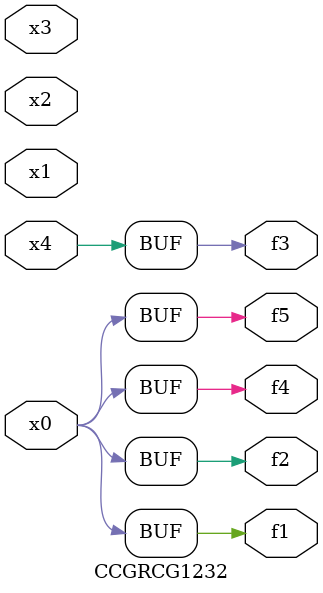
<source format=v>
module CCGRCG1232(
	input x0, x1, x2, x3, x4,
	output f1, f2, f3, f4, f5
);
	assign f1 = x0;
	assign f2 = x0;
	assign f3 = x4;
	assign f4 = x0;
	assign f5 = x0;
endmodule

</source>
